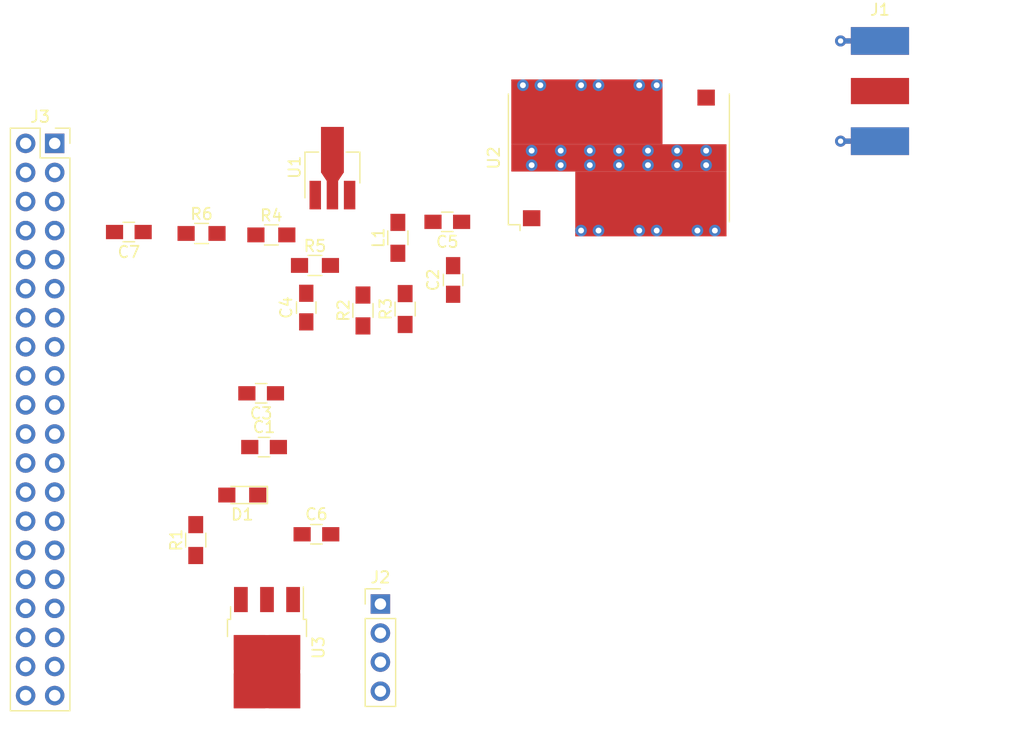
<source format=kicad_pcb>
(kicad_pcb (version 4) (host pcbnew 4.0.7-e2-6376~61~ubuntu18.04.1)

  (general
    (links 88)
    (no_connects 52)
    (area 106.909048 63.16 197.02562 145.899)
    (thickness 1.6)
    (drawings 0)
    (tracks 0)
    (zones 0)
    (modules 21)
    (nets 15)
  )

  (page A4)
  (layers
    (0 F.Cu signal)
    (31 B.Cu signal)
    (32 B.Adhes user)
    (33 F.Adhes user)
    (34 B.Paste user)
    (35 F.Paste user)
    (36 B.SilkS user)
    (37 F.SilkS user)
    (38 B.Mask user)
    (39 F.Mask user)
    (40 Dwgs.User user)
    (41 Cmts.User user)
    (42 Eco1.User user)
    (43 Eco2.User user)
    (44 Edge.Cuts user)
    (45 Margin user)
    (46 B.CrtYd user)
    (47 F.CrtYd user)
    (48 B.Fab user)
    (49 F.Fab user)
  )

  (setup
    (last_trace_width 0.25)
    (trace_clearance 0.2)
    (zone_clearance 0.508)
    (zone_45_only no)
    (trace_min 0.2)
    (segment_width 0.2)
    (edge_width 0.1)
    (via_size 0.6)
    (via_drill 0.4)
    (via_min_size 0.4)
    (via_min_drill 0.3)
    (uvia_size 0.3)
    (uvia_drill 0.1)
    (uvias_allowed no)
    (uvia_min_size 0.2)
    (uvia_min_drill 0.1)
    (pcb_text_width 0.3)
    (pcb_text_size 1.5 1.5)
    (mod_edge_width 0.15)
    (mod_text_size 1 1)
    (mod_text_width 0.15)
    (pad_size 1.5 1.5)
    (pad_drill 0.6)
    (pad_to_mask_clearance 0)
    (aux_axis_origin 0 0)
    (visible_elements FFFFFF7F)
    (pcbplotparams
      (layerselection 0x00030_80000001)
      (usegerberextensions false)
      (excludeedgelayer true)
      (linewidth 0.100000)
      (plotframeref false)
      (viasonmask false)
      (mode 1)
      (useauxorigin false)
      (hpglpennumber 1)
      (hpglpenspeed 20)
      (hpglpendiameter 15)
      (hpglpenoverlay 2)
      (psnegative false)
      (psa4output false)
      (plotreference true)
      (plotvalue true)
      (plotinvisibletext false)
      (padsonsilk false)
      (subtractmaskfromsilk false)
      (outputformat 1)
      (mirror false)
      (drillshape 1)
      (scaleselection 1)
      (outputdirectory ""))
  )

  (net 0 "")
  (net 1 GND)
  (net 2 +5V)
  (net 3 "Net-(C4-Pad1)")
  (net 4 "Net-(C4-Pad2)")
  (net 5 "Net-(C5-Pad1)")
  (net 6 "Net-(C5-Pad2)")
  (net 7 "Net-(C6-Pad1)")
  (net 8 "Net-(C7-Pad1)")
  (net 9 "Net-(C7-Pad2)")
  (net 10 "Net-(D1-Pad2)")
  (net 11 "Net-(J1-Pad1)")
  (net 12 "Net-(J2-Pad2)")
  (net 13 "Net-(R2-Pad1)")
  (net 14 "Net-(R4-Pad1)")

  (net_class Default "This is the default net class."
    (clearance 0.2)
    (trace_width 0.25)
    (via_dia 0.6)
    (via_drill 0.4)
    (uvia_dia 0.3)
    (uvia_drill 0.1)
    (add_net +5V)
    (add_net GND)
    (add_net "Net-(C4-Pad1)")
    (add_net "Net-(C4-Pad2)")
    (add_net "Net-(C5-Pad1)")
    (add_net "Net-(C5-Pad2)")
    (add_net "Net-(C6-Pad1)")
    (add_net "Net-(C7-Pad1)")
    (add_net "Net-(C7-Pad2)")
    (add_net "Net-(D1-Pad2)")
    (add_net "Net-(J1-Pad1)")
    (add_net "Net-(J2-Pad2)")
    (add_net "Net-(R2-Pad1)")
    (add_net "Net-(R4-Pad1)")
  )

  (module Capacitors_SMD:C_0805_HandSoldering (layer F.Cu) (tedit 58AA84A8) (tstamp 5D29059A)
    (at 130.048 103.505)
    (descr "Capacitor SMD 0805, hand soldering")
    (tags "capacitor 0805")
    (path /5D28DB31)
    (attr smd)
    (fp_text reference C1 (at 0 -1.75) (layer F.SilkS)
      (effects (font (size 1 1) (thickness 0.15)))
    )
    (fp_text value 100nF (at 0 1.75) (layer F.Fab)
      (effects (font (size 1 1) (thickness 0.15)))
    )
    (fp_text user %R (at 0 -1.75) (layer F.Fab)
      (effects (font (size 1 1) (thickness 0.15)))
    )
    (fp_line (start -1 0.62) (end -1 -0.62) (layer F.Fab) (width 0.1))
    (fp_line (start 1 0.62) (end -1 0.62) (layer F.Fab) (width 0.1))
    (fp_line (start 1 -0.62) (end 1 0.62) (layer F.Fab) (width 0.1))
    (fp_line (start -1 -0.62) (end 1 -0.62) (layer F.Fab) (width 0.1))
    (fp_line (start 0.5 -0.85) (end -0.5 -0.85) (layer F.SilkS) (width 0.12))
    (fp_line (start -0.5 0.85) (end 0.5 0.85) (layer F.SilkS) (width 0.12))
    (fp_line (start -2.25 -0.88) (end 2.25 -0.88) (layer F.CrtYd) (width 0.05))
    (fp_line (start -2.25 -0.88) (end -2.25 0.87) (layer F.CrtYd) (width 0.05))
    (fp_line (start 2.25 0.87) (end 2.25 -0.88) (layer F.CrtYd) (width 0.05))
    (fp_line (start 2.25 0.87) (end -2.25 0.87) (layer F.CrtYd) (width 0.05))
    (pad 1 smd rect (at -1.25 0) (size 1.5 1.25) (layers F.Cu F.Paste F.Mask)
      (net 1 GND))
    (pad 2 smd rect (at 1.25 0) (size 1.5 1.25) (layers F.Cu F.Paste F.Mask)
      (net 2 +5V))
    (model Capacitors_SMD.3dshapes/C_0805.wrl
      (at (xyz 0 0 0))
      (scale (xyz 1 1 1))
      (rotate (xyz 0 0 0))
    )
  )

  (module Capacitors_SMD:C_0805_HandSoldering (layer F.Cu) (tedit 58AA84A8) (tstamp 5D2905AB)
    (at 146.558 88.9 90)
    (descr "Capacitor SMD 0805, hand soldering")
    (tags "capacitor 0805")
    (path /5D28DBEB)
    (attr smd)
    (fp_text reference C2 (at 0 -1.75 90) (layer F.SilkS)
      (effects (font (size 1 1) (thickness 0.15)))
    )
    (fp_text value 100pF (at 0 1.75 90) (layer F.Fab)
      (effects (font (size 1 1) (thickness 0.15)))
    )
    (fp_text user %R (at 0 -1.75 90) (layer F.Fab)
      (effects (font (size 1 1) (thickness 0.15)))
    )
    (fp_line (start -1 0.62) (end -1 -0.62) (layer F.Fab) (width 0.1))
    (fp_line (start 1 0.62) (end -1 0.62) (layer F.Fab) (width 0.1))
    (fp_line (start 1 -0.62) (end 1 0.62) (layer F.Fab) (width 0.1))
    (fp_line (start -1 -0.62) (end 1 -0.62) (layer F.Fab) (width 0.1))
    (fp_line (start 0.5 -0.85) (end -0.5 -0.85) (layer F.SilkS) (width 0.12))
    (fp_line (start -0.5 0.85) (end 0.5 0.85) (layer F.SilkS) (width 0.12))
    (fp_line (start -2.25 -0.88) (end 2.25 -0.88) (layer F.CrtYd) (width 0.05))
    (fp_line (start -2.25 -0.88) (end -2.25 0.87) (layer F.CrtYd) (width 0.05))
    (fp_line (start 2.25 0.87) (end 2.25 -0.88) (layer F.CrtYd) (width 0.05))
    (fp_line (start 2.25 0.87) (end -2.25 0.87) (layer F.CrtYd) (width 0.05))
    (pad 1 smd rect (at -1.25 0 90) (size 1.5 1.25) (layers F.Cu F.Paste F.Mask)
      (net 1 GND))
    (pad 2 smd rect (at 1.25 0 90) (size 1.5 1.25) (layers F.Cu F.Paste F.Mask)
      (net 2 +5V))
    (model Capacitors_SMD.3dshapes/C_0805.wrl
      (at (xyz 0 0 0))
      (scale (xyz 1 1 1))
      (rotate (xyz 0 0 0))
    )
  )

  (module Capacitors_SMD:C_0805_HandSoldering (layer F.Cu) (tedit 58AA84A8) (tstamp 5D2905BC)
    (at 129.794 98.806 180)
    (descr "Capacitor SMD 0805, hand soldering")
    (tags "capacitor 0805")
    (path /5A12ECC9)
    (attr smd)
    (fp_text reference C3 (at 0 -1.75 180) (layer F.SilkS)
      (effects (font (size 1 1) (thickness 0.15)))
    )
    (fp_text value "4.7uF 16V" (at 0 1.75 180) (layer F.Fab)
      (effects (font (size 1 1) (thickness 0.15)))
    )
    (fp_text user %R (at 0 -1.75 180) (layer F.Fab)
      (effects (font (size 1 1) (thickness 0.15)))
    )
    (fp_line (start -1 0.62) (end -1 -0.62) (layer F.Fab) (width 0.1))
    (fp_line (start 1 0.62) (end -1 0.62) (layer F.Fab) (width 0.1))
    (fp_line (start 1 -0.62) (end 1 0.62) (layer F.Fab) (width 0.1))
    (fp_line (start -1 -0.62) (end 1 -0.62) (layer F.Fab) (width 0.1))
    (fp_line (start 0.5 -0.85) (end -0.5 -0.85) (layer F.SilkS) (width 0.12))
    (fp_line (start -0.5 0.85) (end 0.5 0.85) (layer F.SilkS) (width 0.12))
    (fp_line (start -2.25 -0.88) (end 2.25 -0.88) (layer F.CrtYd) (width 0.05))
    (fp_line (start -2.25 -0.88) (end -2.25 0.87) (layer F.CrtYd) (width 0.05))
    (fp_line (start 2.25 0.87) (end 2.25 -0.88) (layer F.CrtYd) (width 0.05))
    (fp_line (start 2.25 0.87) (end -2.25 0.87) (layer F.CrtYd) (width 0.05))
    (pad 1 smd rect (at -1.25 0 180) (size 1.5 1.25) (layers F.Cu F.Paste F.Mask)
      (net 2 +5V))
    (pad 2 smd rect (at 1.25 0 180) (size 1.5 1.25) (layers F.Cu F.Paste F.Mask)
      (net 1 GND))
    (model Capacitors_SMD.3dshapes/C_0805.wrl
      (at (xyz 0 0 0))
      (scale (xyz 1 1 1))
      (rotate (xyz 0 0 0))
    )
  )

  (module Capacitors_SMD:C_0805_HandSoldering (layer F.Cu) (tedit 58AA84A8) (tstamp 5D2905CD)
    (at 133.731 91.313 90)
    (descr "Capacitor SMD 0805, hand soldering")
    (tags "capacitor 0805")
    (path /5D28AC94)
    (attr smd)
    (fp_text reference C4 (at 0 -1.75 90) (layer F.SilkS)
      (effects (font (size 1 1) (thickness 0.15)))
    )
    (fp_text value 100pF (at 0 1.75 90) (layer F.Fab)
      (effects (font (size 1 1) (thickness 0.15)))
    )
    (fp_text user %R (at 0 -1.75 90) (layer F.Fab)
      (effects (font (size 1 1) (thickness 0.15)))
    )
    (fp_line (start -1 0.62) (end -1 -0.62) (layer F.Fab) (width 0.1))
    (fp_line (start 1 0.62) (end -1 0.62) (layer F.Fab) (width 0.1))
    (fp_line (start 1 -0.62) (end 1 0.62) (layer F.Fab) (width 0.1))
    (fp_line (start -1 -0.62) (end 1 -0.62) (layer F.Fab) (width 0.1))
    (fp_line (start 0.5 -0.85) (end -0.5 -0.85) (layer F.SilkS) (width 0.12))
    (fp_line (start -0.5 0.85) (end 0.5 0.85) (layer F.SilkS) (width 0.12))
    (fp_line (start -2.25 -0.88) (end 2.25 -0.88) (layer F.CrtYd) (width 0.05))
    (fp_line (start -2.25 -0.88) (end -2.25 0.87) (layer F.CrtYd) (width 0.05))
    (fp_line (start 2.25 0.87) (end 2.25 -0.88) (layer F.CrtYd) (width 0.05))
    (fp_line (start 2.25 0.87) (end -2.25 0.87) (layer F.CrtYd) (width 0.05))
    (pad 1 smd rect (at -1.25 0 90) (size 1.5 1.25) (layers F.Cu F.Paste F.Mask)
      (net 3 "Net-(C4-Pad1)"))
    (pad 2 smd rect (at 1.25 0 90) (size 1.5 1.25) (layers F.Cu F.Paste F.Mask)
      (net 4 "Net-(C4-Pad2)"))
    (model Capacitors_SMD.3dshapes/C_0805.wrl
      (at (xyz 0 0 0))
      (scale (xyz 1 1 1))
      (rotate (xyz 0 0 0))
    )
  )

  (module Capacitors_SMD:C_0805_HandSoldering (layer F.Cu) (tedit 58AA84A8) (tstamp 5D2905DE)
    (at 146.05 83.82 180)
    (descr "Capacitor SMD 0805, hand soldering")
    (tags "capacitor 0805")
    (path /5D28B7CB)
    (attr smd)
    (fp_text reference C5 (at 0 -1.75 180) (layer F.SilkS)
      (effects (font (size 1 1) (thickness 0.15)))
    )
    (fp_text value 100pF (at 0 1.75 180) (layer F.Fab)
      (effects (font (size 1 1) (thickness 0.15)))
    )
    (fp_text user %R (at 0 -1.75 180) (layer F.Fab)
      (effects (font (size 1 1) (thickness 0.15)))
    )
    (fp_line (start -1 0.62) (end -1 -0.62) (layer F.Fab) (width 0.1))
    (fp_line (start 1 0.62) (end -1 0.62) (layer F.Fab) (width 0.1))
    (fp_line (start 1 -0.62) (end 1 0.62) (layer F.Fab) (width 0.1))
    (fp_line (start -1 -0.62) (end 1 -0.62) (layer F.Fab) (width 0.1))
    (fp_line (start 0.5 -0.85) (end -0.5 -0.85) (layer F.SilkS) (width 0.12))
    (fp_line (start -0.5 0.85) (end 0.5 0.85) (layer F.SilkS) (width 0.12))
    (fp_line (start -2.25 -0.88) (end 2.25 -0.88) (layer F.CrtYd) (width 0.05))
    (fp_line (start -2.25 -0.88) (end -2.25 0.87) (layer F.CrtYd) (width 0.05))
    (fp_line (start 2.25 0.87) (end 2.25 -0.88) (layer F.CrtYd) (width 0.05))
    (fp_line (start 2.25 0.87) (end -2.25 0.87) (layer F.CrtYd) (width 0.05))
    (pad 1 smd rect (at -1.25 0 180) (size 1.5 1.25) (layers F.Cu F.Paste F.Mask)
      (net 5 "Net-(C5-Pad1)"))
    (pad 2 smd rect (at 1.25 0 180) (size 1.5 1.25) (layers F.Cu F.Paste F.Mask)
      (net 6 "Net-(C5-Pad2)"))
    (model Capacitors_SMD.3dshapes/C_0805.wrl
      (at (xyz 0 0 0))
      (scale (xyz 1 1 1))
      (rotate (xyz 0 0 0))
    )
  )

  (module Capacitors_SMD:C_0805_HandSoldering (layer F.Cu) (tedit 58AA84A8) (tstamp 5D2905EF)
    (at 134.62 111.125)
    (descr "Capacitor SMD 0805, hand soldering")
    (tags "capacitor 0805")
    (path /5D290DB1)
    (attr smd)
    (fp_text reference C6 (at 0 -1.75) (layer F.SilkS)
      (effects (font (size 1 1) (thickness 0.15)))
    )
    (fp_text value "4.7uF 16V" (at 0 1.75) (layer F.Fab)
      (effects (font (size 1 1) (thickness 0.15)))
    )
    (fp_text user %R (at 0 -1.75) (layer F.Fab)
      (effects (font (size 1 1) (thickness 0.15)))
    )
    (fp_line (start -1 0.62) (end -1 -0.62) (layer F.Fab) (width 0.1))
    (fp_line (start 1 0.62) (end -1 0.62) (layer F.Fab) (width 0.1))
    (fp_line (start 1 -0.62) (end 1 0.62) (layer F.Fab) (width 0.1))
    (fp_line (start -1 -0.62) (end 1 -0.62) (layer F.Fab) (width 0.1))
    (fp_line (start 0.5 -0.85) (end -0.5 -0.85) (layer F.SilkS) (width 0.12))
    (fp_line (start -0.5 0.85) (end 0.5 0.85) (layer F.SilkS) (width 0.12))
    (fp_line (start -2.25 -0.88) (end 2.25 -0.88) (layer F.CrtYd) (width 0.05))
    (fp_line (start -2.25 -0.88) (end -2.25 0.87) (layer F.CrtYd) (width 0.05))
    (fp_line (start 2.25 0.87) (end 2.25 -0.88) (layer F.CrtYd) (width 0.05))
    (fp_line (start 2.25 0.87) (end -2.25 0.87) (layer F.CrtYd) (width 0.05))
    (pad 1 smd rect (at -1.25 0) (size 1.5 1.25) (layers F.Cu F.Paste F.Mask)
      (net 7 "Net-(C6-Pad1)"))
    (pad 2 smd rect (at 1.25 0) (size 1.5 1.25) (layers F.Cu F.Paste F.Mask)
      (net 1 GND))
    (model Capacitors_SMD.3dshapes/C_0805.wrl
      (at (xyz 0 0 0))
      (scale (xyz 1 1 1))
      (rotate (xyz 0 0 0))
    )
  )

  (module Capacitors_SMD:C_0805_HandSoldering (layer F.Cu) (tedit 58AA84A8) (tstamp 5D290600)
    (at 118.237 84.709 180)
    (descr "Capacitor SMD 0805, hand soldering")
    (tags "capacitor 0805")
    (path /5D2859AF)
    (attr smd)
    (fp_text reference C7 (at 0 -1.75 180) (layer F.SilkS)
      (effects (font (size 1 1) (thickness 0.15)))
    )
    (fp_text value 100pF (at 0 1.75 180) (layer F.Fab)
      (effects (font (size 1 1) (thickness 0.15)))
    )
    (fp_text user %R (at 0 -1.75 180) (layer F.Fab)
      (effects (font (size 1 1) (thickness 0.15)))
    )
    (fp_line (start -1 0.62) (end -1 -0.62) (layer F.Fab) (width 0.1))
    (fp_line (start 1 0.62) (end -1 0.62) (layer F.Fab) (width 0.1))
    (fp_line (start 1 -0.62) (end 1 0.62) (layer F.Fab) (width 0.1))
    (fp_line (start -1 -0.62) (end 1 -0.62) (layer F.Fab) (width 0.1))
    (fp_line (start 0.5 -0.85) (end -0.5 -0.85) (layer F.SilkS) (width 0.12))
    (fp_line (start -0.5 0.85) (end 0.5 0.85) (layer F.SilkS) (width 0.12))
    (fp_line (start -2.25 -0.88) (end 2.25 -0.88) (layer F.CrtYd) (width 0.05))
    (fp_line (start -2.25 -0.88) (end -2.25 0.87) (layer F.CrtYd) (width 0.05))
    (fp_line (start 2.25 0.87) (end 2.25 -0.88) (layer F.CrtYd) (width 0.05))
    (fp_line (start 2.25 0.87) (end -2.25 0.87) (layer F.CrtYd) (width 0.05))
    (pad 1 smd rect (at -1.25 0 180) (size 1.5 1.25) (layers F.Cu F.Paste F.Mask)
      (net 8 "Net-(C7-Pad1)"))
    (pad 2 smd rect (at 1.25 0 180) (size 1.5 1.25) (layers F.Cu F.Paste F.Mask)
      (net 9 "Net-(C7-Pad2)"))
    (model Capacitors_SMD.3dshapes/C_0805.wrl
      (at (xyz 0 0 0))
      (scale (xyz 1 1 1))
      (rotate (xyz 0 0 0))
    )
  )

  (module LEDs:LED_0805_HandSoldering (layer F.Cu) (tedit 595FCA25) (tstamp 5D290615)
    (at 128.143 107.696 180)
    (descr "Resistor SMD 0805, hand soldering")
    (tags "resistor 0805")
    (path /5D28F097)
    (attr smd)
    (fp_text reference D1 (at 0 -1.7 180) (layer F.SilkS)
      (effects (font (size 1 1) (thickness 0.15)))
    )
    (fp_text value LED (at 0 1.75 180) (layer F.Fab)
      (effects (font (size 1 1) (thickness 0.15)))
    )
    (fp_line (start -0.4 -0.4) (end -0.4 0.4) (layer F.Fab) (width 0.1))
    (fp_line (start -0.4 0) (end 0.2 -0.4) (layer F.Fab) (width 0.1))
    (fp_line (start 0.2 0.4) (end -0.4 0) (layer F.Fab) (width 0.1))
    (fp_line (start 0.2 -0.4) (end 0.2 0.4) (layer F.Fab) (width 0.1))
    (fp_line (start -1 0.62) (end -1 -0.62) (layer F.Fab) (width 0.1))
    (fp_line (start 1 0.62) (end -1 0.62) (layer F.Fab) (width 0.1))
    (fp_line (start 1 -0.62) (end 1 0.62) (layer F.Fab) (width 0.1))
    (fp_line (start -1 -0.62) (end 1 -0.62) (layer F.Fab) (width 0.1))
    (fp_line (start 1 0.75) (end -2.2 0.75) (layer F.SilkS) (width 0.12))
    (fp_line (start -2.2 -0.75) (end 1 -0.75) (layer F.SilkS) (width 0.12))
    (fp_line (start -2.35 -0.9) (end 2.35 -0.9) (layer F.CrtYd) (width 0.05))
    (fp_line (start -2.35 -0.9) (end -2.35 0.9) (layer F.CrtYd) (width 0.05))
    (fp_line (start 2.35 0.9) (end 2.35 -0.9) (layer F.CrtYd) (width 0.05))
    (fp_line (start 2.35 0.9) (end -2.35 0.9) (layer F.CrtYd) (width 0.05))
    (fp_line (start -2.2 -0.75) (end -2.2 0.75) (layer F.SilkS) (width 0.12))
    (pad 1 smd rect (at -1.35 0 180) (size 1.5 1.3) (layers F.Cu F.Paste F.Mask)
      (net 1 GND))
    (pad 2 smd rect (at 1.35 0 180) (size 1.5 1.3) (layers F.Cu F.Paste F.Mask)
      (net 10 "Net-(D1-Pad2)"))
    (model ${KISYS3DMOD}/LEDs.3dshapes/LED_0805.wrl
      (at (xyz 0 0 0))
      (scale (xyz 1 1 1))
      (rotate (xyz 0 0 0))
    )
  )

  (module Connectors_Molex:Molex_SMA_Jack_Edge_Mount (layer F.Cu) (tedit 587D2992) (tstamp 5D29063A)
    (at 182.118 72.39 180)
    (descr "Molex SMA Jack, Edge Mount, http://www.molex.com/pdm_docs/sd/732511150_sd.pdf")
    (tags "sma edge")
    (path /59F85ADB)
    (attr smd)
    (fp_text reference J1 (at -1.72 7.11 180) (layer F.SilkS)
      (effects (font (size 1 1) (thickness 0.15)))
    )
    (fp_text value "SMA Edge FM" (at -1.72 -7.11 180) (layer F.Fab)
      (effects (font (size 1 1) (thickness 0.15)))
    )
    (fp_line (start -4.76 -0.38) (end 0.49 -0.38) (layer F.Fab) (width 0.1))
    (fp_line (start -4.76 0.38) (end 0.49 0.38) (layer F.Fab) (width 0.1))
    (fp_line (start 0.49 -0.38) (end 0.49 0.38) (layer F.Fab) (width 0.1))
    (fp_line (start 0.49 3.75) (end 0.49 4.76) (layer F.Fab) (width 0.1))
    (fp_line (start 0.49 -4.76) (end 0.49 -3.75) (layer F.Fab) (width 0.1))
    (fp_line (start -14.29 -6.09) (end -14.29 6.09) (layer F.CrtYd) (width 0.05))
    (fp_line (start -14.29 6.09) (end 2.71 6.09) (layer F.CrtYd) (width 0.05))
    (fp_line (start 2.71 -6.09) (end 2.71 6.09) (layer B.CrtYd) (width 0.05))
    (fp_line (start -14.29 -6.09) (end 2.71 -6.09) (layer B.CrtYd) (width 0.05))
    (fp_line (start -14.29 -6.09) (end -14.29 6.09) (layer B.CrtYd) (width 0.05))
    (fp_line (start -14.29 6.09) (end 2.71 6.09) (layer B.CrtYd) (width 0.05))
    (fp_line (start 2.71 -6.09) (end 2.71 6.09) (layer F.CrtYd) (width 0.05))
    (fp_line (start 2.71 -6.09) (end -14.29 -6.09) (layer F.CrtYd) (width 0.05))
    (fp_line (start -4.76 -3.75) (end 0.49 -3.75) (layer F.Fab) (width 0.1))
    (fp_line (start -4.76 3.75) (end 0.49 3.75) (layer F.Fab) (width 0.1))
    (fp_line (start -13.79 -2.65) (end -5.91 -2.65) (layer F.Fab) (width 0.1))
    (fp_line (start -13.79 -2.65) (end -13.79 2.65) (layer F.Fab) (width 0.1))
    (fp_line (start -13.79 2.65) (end -5.91 2.65) (layer F.Fab) (width 0.1))
    (fp_line (start -4.76 -3.75) (end -4.76 3.75) (layer F.Fab) (width 0.1))
    (fp_line (start 0.49 -4.76) (end -5.91 -4.76) (layer F.Fab) (width 0.1))
    (fp_line (start -5.91 -4.76) (end -5.91 4.76) (layer F.Fab) (width 0.1))
    (fp_line (start -5.91 4.76) (end 0.49 4.76) (layer F.Fab) (width 0.1))
    (pad 1 smd rect (at -1.72 0 180) (size 5.08 2.29) (layers F.Cu F.Paste F.Mask)
      (net 11 "Net-(J1-Pad1)"))
    (pad 2 smd rect (at -1.72 -4.38 180) (size 5.08 2.42) (layers F.Cu F.Paste F.Mask)
      (net 1 GND))
    (pad 2 smd rect (at -1.72 4.38 180) (size 5.08 2.42) (layers F.Cu F.Paste F.Mask)
      (net 1 GND))
    (pad 2 smd rect (at -1.72 -4.38 180) (size 5.08 2.42) (layers B.Cu B.Paste B.Mask)
      (net 1 GND))
    (pad 2 smd rect (at -1.72 4.38 180) (size 5.08 2.42) (layers B.Cu B.Paste B.Mask)
      (net 1 GND))
    (pad 2 thru_hole circle (at 1.72 -4.38 180) (size 0.97 0.97) (drill 0.46) (layers *.Cu)
      (net 1 GND))
    (pad 2 thru_hole circle (at 1.72 4.38 180) (size 0.97 0.97) (drill 0.46) (layers *.Cu)
      (net 1 GND))
    (pad 2 smd rect (at 1.27 -4.38 180) (size 0.89 0.46) (layers F.Cu)
      (net 1 GND))
    (pad 2 smd rect (at 1.27 4.38 180) (size 0.89 0.46) (layers F.Cu)
      (net 1 GND))
    (pad 2 smd rect (at 1.27 -4.38 180) (size 0.89 0.46) (layers B.Cu)
      (net 1 GND))
    (pad 2 smd rect (at 1.27 4.38 180) (size 0.89 0.46) (layers B.Cu)
      (net 1 GND))
    (model ${KISYS3DMOD}/Connectors_Molex.3dshapes/Molex_SMA_Jack_Edge_Mount.wrl
      (at (xyz 0 0 0))
      (scale (xyz 1 1 1))
      (rotate (xyz 0 0 0))
    )
  )

  (module Socket_Strips:Socket_Strip_Straight_1x04_Pitch2.54mm (layer F.Cu) (tedit 58CD5446) (tstamp 5D290651)
    (at 140.208 117.221)
    (descr "Through hole straight socket strip, 1x04, 2.54mm pitch, single row")
    (tags "Through hole socket strip THT 1x04 2.54mm single row")
    (path /5D28FFAB)
    (fp_text reference J2 (at 0 -2.33) (layer F.SilkS)
      (effects (font (size 1 1) (thickness 0.15)))
    )
    (fp_text value Conn_01x04 (at 0 9.95) (layer F.Fab)
      (effects (font (size 1 1) (thickness 0.15)))
    )
    (fp_line (start -1.27 -1.27) (end -1.27 8.89) (layer F.Fab) (width 0.1))
    (fp_line (start -1.27 8.89) (end 1.27 8.89) (layer F.Fab) (width 0.1))
    (fp_line (start 1.27 8.89) (end 1.27 -1.27) (layer F.Fab) (width 0.1))
    (fp_line (start 1.27 -1.27) (end -1.27 -1.27) (layer F.Fab) (width 0.1))
    (fp_line (start -1.33 1.27) (end -1.33 8.95) (layer F.SilkS) (width 0.12))
    (fp_line (start -1.33 8.95) (end 1.33 8.95) (layer F.SilkS) (width 0.12))
    (fp_line (start 1.33 8.95) (end 1.33 1.27) (layer F.SilkS) (width 0.12))
    (fp_line (start 1.33 1.27) (end -1.33 1.27) (layer F.SilkS) (width 0.12))
    (fp_line (start -1.33 0) (end -1.33 -1.33) (layer F.SilkS) (width 0.12))
    (fp_line (start -1.33 -1.33) (end 0 -1.33) (layer F.SilkS) (width 0.12))
    (fp_line (start -1.8 -1.8) (end -1.8 9.4) (layer F.CrtYd) (width 0.05))
    (fp_line (start -1.8 9.4) (end 1.8 9.4) (layer F.CrtYd) (width 0.05))
    (fp_line (start 1.8 9.4) (end 1.8 -1.8) (layer F.CrtYd) (width 0.05))
    (fp_line (start 1.8 -1.8) (end -1.8 -1.8) (layer F.CrtYd) (width 0.05))
    (fp_text user %R (at 0 -2.33) (layer F.Fab)
      (effects (font (size 1 1) (thickness 0.15)))
    )
    (pad 1 thru_hole rect (at 0 0) (size 1.7 1.7) (drill 1) (layers *.Cu *.Mask)
      (net 1 GND))
    (pad 2 thru_hole oval (at 0 2.54) (size 1.7 1.7) (drill 1) (layers *.Cu *.Mask)
      (net 12 "Net-(J2-Pad2)"))
    (pad 3 thru_hole oval (at 0 5.08) (size 1.7 1.7) (drill 1) (layers *.Cu *.Mask)
      (net 7 "Net-(C6-Pad1)"))
    (pad 4 thru_hole oval (at 0 7.62) (size 1.7 1.7) (drill 1) (layers *.Cu *.Mask)
      (net 2 +5V))
    (model ${KISYS3DMOD}/Socket_Strips.3dshapes/Socket_Strip_Straight_1x04_Pitch2.54mm.wrl
      (at (xyz 0 -0.15 0))
      (scale (xyz 1 1 1))
      (rotate (xyz 0 0 270))
    )
  )

  (module Socket_Strips:Socket_Strip_Straight_2x20_Pitch2.54mm (layer F.Cu) (tedit 58CD544A) (tstamp 5D29068E)
    (at 111.76 76.962)
    (descr "Through hole straight socket strip, 2x20, 2.54mm pitch, double rows")
    (tags "Through hole socket strip THT 2x20 2.54mm double row")
    (path /5D284E9D)
    (fp_text reference J3 (at -1.27 -2.33) (layer F.SilkS)
      (effects (font (size 1 1) (thickness 0.15)))
    )
    (fp_text value RPi_GPIO (at -1.27 50.59) (layer F.Fab)
      (effects (font (size 1 1) (thickness 0.15)))
    )
    (fp_line (start -3.81 -1.27) (end -3.81 49.53) (layer F.Fab) (width 0.1))
    (fp_line (start -3.81 49.53) (end 1.27 49.53) (layer F.Fab) (width 0.1))
    (fp_line (start 1.27 49.53) (end 1.27 -1.27) (layer F.Fab) (width 0.1))
    (fp_line (start 1.27 -1.27) (end -3.81 -1.27) (layer F.Fab) (width 0.1))
    (fp_line (start 1.33 1.27) (end 1.33 49.59) (layer F.SilkS) (width 0.12))
    (fp_line (start 1.33 49.59) (end -3.87 49.59) (layer F.SilkS) (width 0.12))
    (fp_line (start -3.87 49.59) (end -3.87 -1.33) (layer F.SilkS) (width 0.12))
    (fp_line (start -3.87 -1.33) (end -1.27 -1.33) (layer F.SilkS) (width 0.12))
    (fp_line (start -1.27 -1.33) (end -1.27 1.27) (layer F.SilkS) (width 0.12))
    (fp_line (start -1.27 1.27) (end 1.33 1.27) (layer F.SilkS) (width 0.12))
    (fp_line (start 1.33 0) (end 1.33 -1.33) (layer F.SilkS) (width 0.12))
    (fp_line (start 1.33 -1.33) (end 0.06 -1.33) (layer F.SilkS) (width 0.12))
    (fp_line (start -4.35 -1.8) (end -4.35 50.05) (layer F.CrtYd) (width 0.05))
    (fp_line (start -4.35 50.05) (end 1.8 50.05) (layer F.CrtYd) (width 0.05))
    (fp_line (start 1.8 50.05) (end 1.8 -1.8) (layer F.CrtYd) (width 0.05))
    (fp_line (start 1.8 -1.8) (end -4.35 -1.8) (layer F.CrtYd) (width 0.05))
    (fp_text user %R (at -1.27 -2.33) (layer F.Fab)
      (effects (font (size 1 1) (thickness 0.15)))
    )
    (pad 1 thru_hole rect (at 0 0) (size 1.7 1.7) (drill 1) (layers *.Cu *.Mask)
      (net 12 "Net-(J2-Pad2)"))
    (pad 2 thru_hole oval (at -2.54 0) (size 1.7 1.7) (drill 1) (layers *.Cu *.Mask)
      (net 2 +5V))
    (pad 3 thru_hole oval (at 0 2.54) (size 1.7 1.7) (drill 1) (layers *.Cu *.Mask))
    (pad 4 thru_hole oval (at -2.54 2.54) (size 1.7 1.7) (drill 1) (layers *.Cu *.Mask)
      (net 2 +5V))
    (pad 5 thru_hole oval (at 0 5.08) (size 1.7 1.7) (drill 1) (layers *.Cu *.Mask))
    (pad 6 thru_hole oval (at -2.54 5.08) (size 1.7 1.7) (drill 1) (layers *.Cu *.Mask)
      (net 1 GND))
    (pad 7 thru_hole oval (at 0 7.62) (size 1.7 1.7) (drill 1) (layers *.Cu *.Mask)
      (net 9 "Net-(C7-Pad2)"))
    (pad 8 thru_hole oval (at -2.54 7.62) (size 1.7 1.7) (drill 1) (layers *.Cu *.Mask))
    (pad 9 thru_hole oval (at 0 10.16) (size 1.7 1.7) (drill 1) (layers *.Cu *.Mask)
      (net 1 GND))
    (pad 10 thru_hole oval (at -2.54 10.16) (size 1.7 1.7) (drill 1) (layers *.Cu *.Mask))
    (pad 11 thru_hole oval (at 0 12.7) (size 1.7 1.7) (drill 1) (layers *.Cu *.Mask))
    (pad 12 thru_hole oval (at -2.54 12.7) (size 1.7 1.7) (drill 1) (layers *.Cu *.Mask))
    (pad 13 thru_hole oval (at 0 15.24) (size 1.7 1.7) (drill 1) (layers *.Cu *.Mask))
    (pad 14 thru_hole oval (at -2.54 15.24) (size 1.7 1.7) (drill 1) (layers *.Cu *.Mask)
      (net 1 GND))
    (pad 15 thru_hole oval (at 0 17.78) (size 1.7 1.7) (drill 1) (layers *.Cu *.Mask))
    (pad 16 thru_hole oval (at -2.54 17.78) (size 1.7 1.7) (drill 1) (layers *.Cu *.Mask))
    (pad 17 thru_hole oval (at 0 20.32) (size 1.7 1.7) (drill 1) (layers *.Cu *.Mask)
      (net 12 "Net-(J2-Pad2)"))
    (pad 18 thru_hole oval (at -2.54 20.32) (size 1.7 1.7) (drill 1) (layers *.Cu *.Mask))
    (pad 19 thru_hole oval (at 0 22.86) (size 1.7 1.7) (drill 1) (layers *.Cu *.Mask))
    (pad 20 thru_hole oval (at -2.54 22.86) (size 1.7 1.7) (drill 1) (layers *.Cu *.Mask)
      (net 1 GND))
    (pad 21 thru_hole oval (at 0 25.4) (size 1.7 1.7) (drill 1) (layers *.Cu *.Mask))
    (pad 22 thru_hole oval (at -2.54 25.4) (size 1.7 1.7) (drill 1) (layers *.Cu *.Mask))
    (pad 23 thru_hole oval (at 0 27.94) (size 1.7 1.7) (drill 1) (layers *.Cu *.Mask))
    (pad 24 thru_hole oval (at -2.54 27.94) (size 1.7 1.7) (drill 1) (layers *.Cu *.Mask))
    (pad 25 thru_hole oval (at 0 30.48) (size 1.7 1.7) (drill 1) (layers *.Cu *.Mask)
      (net 1 GND))
    (pad 26 thru_hole oval (at -2.54 30.48) (size 1.7 1.7) (drill 1) (layers *.Cu *.Mask))
    (pad 27 thru_hole oval (at 0 33.02) (size 1.7 1.7) (drill 1) (layers *.Cu *.Mask))
    (pad 28 thru_hole oval (at -2.54 33.02) (size 1.7 1.7) (drill 1) (layers *.Cu *.Mask))
    (pad 29 thru_hole oval (at 0 35.56) (size 1.7 1.7) (drill 1) (layers *.Cu *.Mask))
    (pad 30 thru_hole oval (at -2.54 35.56) (size 1.7 1.7) (drill 1) (layers *.Cu *.Mask)
      (net 1 GND))
    (pad 31 thru_hole oval (at 0 38.1) (size 1.7 1.7) (drill 1) (layers *.Cu *.Mask))
    (pad 32 thru_hole oval (at -2.54 38.1) (size 1.7 1.7) (drill 1) (layers *.Cu *.Mask))
    (pad 33 thru_hole oval (at 0 40.64) (size 1.7 1.7) (drill 1) (layers *.Cu *.Mask))
    (pad 34 thru_hole oval (at -2.54 40.64) (size 1.7 1.7) (drill 1) (layers *.Cu *.Mask)
      (net 1 GND))
    (pad 35 thru_hole oval (at 0 43.18) (size 1.7 1.7) (drill 1) (layers *.Cu *.Mask))
    (pad 36 thru_hole oval (at -2.54 43.18) (size 1.7 1.7) (drill 1) (layers *.Cu *.Mask))
    (pad 37 thru_hole oval (at 0 45.72) (size 1.7 1.7) (drill 1) (layers *.Cu *.Mask))
    (pad 38 thru_hole oval (at -2.54 45.72) (size 1.7 1.7) (drill 1) (layers *.Cu *.Mask))
    (pad 39 thru_hole oval (at 0 48.26) (size 1.7 1.7) (drill 1) (layers *.Cu *.Mask)
      (net 1 GND))
    (pad 40 thru_hole oval (at -2.54 48.26) (size 1.7 1.7) (drill 1) (layers *.Cu *.Mask))
    (model ${KISYS3DMOD}/Socket_Strips.3dshapes/Socket_Strip_Straight_2x20_Pitch2.54mm.wrl
      (at (xyz -0.05 -0.95 0))
      (scale (xyz 1 1 1))
      (rotate (xyz 0 0 270))
    )
  )

  (module Resistors_SMD:R_0805_HandSoldering (layer F.Cu) (tedit 58E0A804) (tstamp 5D29069F)
    (at 141.732 85.217 90)
    (descr "Resistor SMD 0805, hand soldering")
    (tags "resistor 0805")
    (path /5D28D826)
    (attr smd)
    (fp_text reference L1 (at 0 -1.7 90) (layer F.SilkS)
      (effects (font (size 1 1) (thickness 0.15)))
    )
    (fp_text value L (at 0 1.75 90) (layer F.Fab)
      (effects (font (size 1 1) (thickness 0.15)))
    )
    (fp_text user %R (at 0 0 90) (layer F.Fab)
      (effects (font (size 0.5 0.5) (thickness 0.075)))
    )
    (fp_line (start -1 0.62) (end -1 -0.62) (layer F.Fab) (width 0.1))
    (fp_line (start 1 0.62) (end -1 0.62) (layer F.Fab) (width 0.1))
    (fp_line (start 1 -0.62) (end 1 0.62) (layer F.Fab) (width 0.1))
    (fp_line (start -1 -0.62) (end 1 -0.62) (layer F.Fab) (width 0.1))
    (fp_line (start 0.6 0.88) (end -0.6 0.88) (layer F.SilkS) (width 0.12))
    (fp_line (start -0.6 -0.88) (end 0.6 -0.88) (layer F.SilkS) (width 0.12))
    (fp_line (start -2.35 -0.9) (end 2.35 -0.9) (layer F.CrtYd) (width 0.05))
    (fp_line (start -2.35 -0.9) (end -2.35 0.9) (layer F.CrtYd) (width 0.05))
    (fp_line (start 2.35 0.9) (end 2.35 -0.9) (layer F.CrtYd) (width 0.05))
    (fp_line (start 2.35 0.9) (end -2.35 0.9) (layer F.CrtYd) (width 0.05))
    (pad 1 smd rect (at -1.35 0 90) (size 1.5 1.3) (layers F.Cu F.Paste F.Mask)
      (net 2 +5V))
    (pad 2 smd rect (at 1.35 0 90) (size 1.5 1.3) (layers F.Cu F.Paste F.Mask)
      (net 6 "Net-(C5-Pad2)"))
    (model ${KISYS3DMOD}/Resistors_SMD.3dshapes/R_0805.wrl
      (at (xyz 0 0 0))
      (scale (xyz 1 1 1))
      (rotate (xyz 0 0 0))
    )
  )

  (module Resistors_SMD:R_0805_HandSoldering (layer F.Cu) (tedit 58E0A804) (tstamp 5D2906B0)
    (at 124.079 111.633 90)
    (descr "Resistor SMD 0805, hand soldering")
    (tags "resistor 0805")
    (path /5D28F11F)
    (attr smd)
    (fp_text reference R1 (at 0 -1.7 90) (layer F.SilkS)
      (effects (font (size 1 1) (thickness 0.15)))
    )
    (fp_text value 330 (at 0 1.75 90) (layer F.Fab)
      (effects (font (size 1 1) (thickness 0.15)))
    )
    (fp_text user %R (at 0 0 90) (layer F.Fab)
      (effects (font (size 0.5 0.5) (thickness 0.075)))
    )
    (fp_line (start -1 0.62) (end -1 -0.62) (layer F.Fab) (width 0.1))
    (fp_line (start 1 0.62) (end -1 0.62) (layer F.Fab) (width 0.1))
    (fp_line (start 1 -0.62) (end 1 0.62) (layer F.Fab) (width 0.1))
    (fp_line (start -1 -0.62) (end 1 -0.62) (layer F.Fab) (width 0.1))
    (fp_line (start 0.6 0.88) (end -0.6 0.88) (layer F.SilkS) (width 0.12))
    (fp_line (start -0.6 -0.88) (end 0.6 -0.88) (layer F.SilkS) (width 0.12))
    (fp_line (start -2.35 -0.9) (end 2.35 -0.9) (layer F.CrtYd) (width 0.05))
    (fp_line (start -2.35 -0.9) (end -2.35 0.9) (layer F.CrtYd) (width 0.05))
    (fp_line (start 2.35 0.9) (end 2.35 -0.9) (layer F.CrtYd) (width 0.05))
    (fp_line (start 2.35 0.9) (end -2.35 0.9) (layer F.CrtYd) (width 0.05))
    (pad 1 smd rect (at -1.35 0 90) (size 1.5 1.3) (layers F.Cu F.Paste F.Mask)
      (net 2 +5V))
    (pad 2 smd rect (at 1.35 0 90) (size 1.5 1.3) (layers F.Cu F.Paste F.Mask)
      (net 10 "Net-(D1-Pad2)"))
    (model ${KISYS3DMOD}/Resistors_SMD.3dshapes/R_0805.wrl
      (at (xyz 0 0 0))
      (scale (xyz 1 1 1))
      (rotate (xyz 0 0 0))
    )
  )

  (module Resistors_SMD:R_0805_HandSoldering (layer F.Cu) (tedit 58E0A804) (tstamp 5D2906C1)
    (at 138.684 91.567 90)
    (descr "Resistor SMD 0805, hand soldering")
    (tags "resistor 0805")
    (path /5D28BB47)
    (attr smd)
    (fp_text reference R2 (at 0 -1.7 90) (layer F.SilkS)
      (effects (font (size 1 1) (thickness 0.15)))
    )
    (fp_text value R (at 0 1.75 90) (layer F.Fab)
      (effects (font (size 1 1) (thickness 0.15)))
    )
    (fp_text user %R (at 0 0 90) (layer F.Fab)
      (effects (font (size 0.5 0.5) (thickness 0.075)))
    )
    (fp_line (start -1 0.62) (end -1 -0.62) (layer F.Fab) (width 0.1))
    (fp_line (start 1 0.62) (end -1 0.62) (layer F.Fab) (width 0.1))
    (fp_line (start 1 -0.62) (end 1 0.62) (layer F.Fab) (width 0.1))
    (fp_line (start -1 -0.62) (end 1 -0.62) (layer F.Fab) (width 0.1))
    (fp_line (start 0.6 0.88) (end -0.6 0.88) (layer F.SilkS) (width 0.12))
    (fp_line (start -0.6 -0.88) (end 0.6 -0.88) (layer F.SilkS) (width 0.12))
    (fp_line (start -2.35 -0.9) (end 2.35 -0.9) (layer F.CrtYd) (width 0.05))
    (fp_line (start -2.35 -0.9) (end -2.35 0.9) (layer F.CrtYd) (width 0.05))
    (fp_line (start 2.35 0.9) (end 2.35 -0.9) (layer F.CrtYd) (width 0.05))
    (fp_line (start 2.35 0.9) (end -2.35 0.9) (layer F.CrtYd) (width 0.05))
    (pad 1 smd rect (at -1.35 0 90) (size 1.5 1.3) (layers F.Cu F.Paste F.Mask)
      (net 13 "Net-(R2-Pad1)"))
    (pad 2 smd rect (at 1.35 0 90) (size 1.5 1.3) (layers F.Cu F.Paste F.Mask)
      (net 4 "Net-(C4-Pad2)"))
    (model ${KISYS3DMOD}/Resistors_SMD.3dshapes/R_0805.wrl
      (at (xyz 0 0 0))
      (scale (xyz 1 1 1))
      (rotate (xyz 0 0 0))
    )
  )

  (module Resistors_SMD:R_0805_HandSoldering (layer F.Cu) (tedit 58E0A804) (tstamp 5D2906D2)
    (at 142.367 91.44 90)
    (descr "Resistor SMD 0805, hand soldering")
    (tags "resistor 0805")
    (path /5D28BAD8)
    (attr smd)
    (fp_text reference R3 (at 0 -1.7 90) (layer F.SilkS)
      (effects (font (size 1 1) (thickness 0.15)))
    )
    (fp_text value R (at 0 1.75 90) (layer F.Fab)
      (effects (font (size 1 1) (thickness 0.15)))
    )
    (fp_text user %R (at 0 0 90) (layer F.Fab)
      (effects (font (size 0.5 0.5) (thickness 0.075)))
    )
    (fp_line (start -1 0.62) (end -1 -0.62) (layer F.Fab) (width 0.1))
    (fp_line (start 1 0.62) (end -1 0.62) (layer F.Fab) (width 0.1))
    (fp_line (start 1 -0.62) (end 1 0.62) (layer F.Fab) (width 0.1))
    (fp_line (start -1 -0.62) (end 1 -0.62) (layer F.Fab) (width 0.1))
    (fp_line (start 0.6 0.88) (end -0.6 0.88) (layer F.SilkS) (width 0.12))
    (fp_line (start -0.6 -0.88) (end 0.6 -0.88) (layer F.SilkS) (width 0.12))
    (fp_line (start -2.35 -0.9) (end 2.35 -0.9) (layer F.CrtYd) (width 0.05))
    (fp_line (start -2.35 -0.9) (end -2.35 0.9) (layer F.CrtYd) (width 0.05))
    (fp_line (start 2.35 0.9) (end 2.35 -0.9) (layer F.CrtYd) (width 0.05))
    (fp_line (start 2.35 0.9) (end -2.35 0.9) (layer F.CrtYd) (width 0.05))
    (pad 1 smd rect (at -1.35 0 90) (size 1.5 1.3) (layers F.Cu F.Paste F.Mask)
      (net 13 "Net-(R2-Pad1)"))
    (pad 2 smd rect (at 1.35 0 90) (size 1.5 1.3) (layers F.Cu F.Paste F.Mask)
      (net 1 GND))
    (model ${KISYS3DMOD}/Resistors_SMD.3dshapes/R_0805.wrl
      (at (xyz 0 0 0))
      (scale (xyz 1 1 1))
      (rotate (xyz 0 0 0))
    )
  )

  (module Resistors_SMD:R_0805_HandSoldering (layer F.Cu) (tedit 58E0A804) (tstamp 5D2906E3)
    (at 130.683 84.963)
    (descr "Resistor SMD 0805, hand soldering")
    (tags "resistor 0805")
    (path /5D285861)
    (attr smd)
    (fp_text reference R4 (at 0 -1.7) (layer F.SilkS)
      (effects (font (size 1 1) (thickness 0.15)))
    )
    (fp_text value R (at 0 1.75) (layer F.Fab)
      (effects (font (size 1 1) (thickness 0.15)))
    )
    (fp_text user %R (at 0 0) (layer F.Fab)
      (effects (font (size 0.5 0.5) (thickness 0.075)))
    )
    (fp_line (start -1 0.62) (end -1 -0.62) (layer F.Fab) (width 0.1))
    (fp_line (start 1 0.62) (end -1 0.62) (layer F.Fab) (width 0.1))
    (fp_line (start 1 -0.62) (end 1 0.62) (layer F.Fab) (width 0.1))
    (fp_line (start -1 -0.62) (end 1 -0.62) (layer F.Fab) (width 0.1))
    (fp_line (start 0.6 0.88) (end -0.6 0.88) (layer F.SilkS) (width 0.12))
    (fp_line (start -0.6 -0.88) (end 0.6 -0.88) (layer F.SilkS) (width 0.12))
    (fp_line (start -2.35 -0.9) (end 2.35 -0.9) (layer F.CrtYd) (width 0.05))
    (fp_line (start -2.35 -0.9) (end -2.35 0.9) (layer F.CrtYd) (width 0.05))
    (fp_line (start 2.35 0.9) (end 2.35 -0.9) (layer F.CrtYd) (width 0.05))
    (fp_line (start 2.35 0.9) (end -2.35 0.9) (layer F.CrtYd) (width 0.05))
    (pad 1 smd rect (at -1.35 0) (size 1.5 1.3) (layers F.Cu F.Paste F.Mask)
      (net 14 "Net-(R4-Pad1)"))
    (pad 2 smd rect (at 1.35 0) (size 1.5 1.3) (layers F.Cu F.Paste F.Mask)
      (net 13 "Net-(R2-Pad1)"))
    (model ${KISYS3DMOD}/Resistors_SMD.3dshapes/R_0805.wrl
      (at (xyz 0 0 0))
      (scale (xyz 1 1 1))
      (rotate (xyz 0 0 0))
    )
  )

  (module Resistors_SMD:R_0805_HandSoldering (layer F.Cu) (tedit 58E0A804) (tstamp 5D2906F4)
    (at 134.493 87.63)
    (descr "Resistor SMD 0805, hand soldering")
    (tags "resistor 0805")
    (path /5D28591D)
    (attr smd)
    (fp_text reference R5 (at 0 -1.7) (layer F.SilkS)
      (effects (font (size 1 1) (thickness 0.15)))
    )
    (fp_text value R (at 0 1.75) (layer F.Fab)
      (effects (font (size 1 1) (thickness 0.15)))
    )
    (fp_text user %R (at 0 0) (layer F.Fab)
      (effects (font (size 0.5 0.5) (thickness 0.075)))
    )
    (fp_line (start -1 0.62) (end -1 -0.62) (layer F.Fab) (width 0.1))
    (fp_line (start 1 0.62) (end -1 0.62) (layer F.Fab) (width 0.1))
    (fp_line (start 1 -0.62) (end 1 0.62) (layer F.Fab) (width 0.1))
    (fp_line (start -1 -0.62) (end 1 -0.62) (layer F.Fab) (width 0.1))
    (fp_line (start 0.6 0.88) (end -0.6 0.88) (layer F.SilkS) (width 0.12))
    (fp_line (start -0.6 -0.88) (end 0.6 -0.88) (layer F.SilkS) (width 0.12))
    (fp_line (start -2.35 -0.9) (end 2.35 -0.9) (layer F.CrtYd) (width 0.05))
    (fp_line (start -2.35 -0.9) (end -2.35 0.9) (layer F.CrtYd) (width 0.05))
    (fp_line (start 2.35 0.9) (end 2.35 -0.9) (layer F.CrtYd) (width 0.05))
    (fp_line (start 2.35 0.9) (end -2.35 0.9) (layer F.CrtYd) (width 0.05))
    (pad 1 smd rect (at -1.35 0) (size 1.5 1.3) (layers F.Cu F.Paste F.Mask)
      (net 14 "Net-(R4-Pad1)"))
    (pad 2 smd rect (at 1.35 0) (size 1.5 1.3) (layers F.Cu F.Paste F.Mask)
      (net 1 GND))
    (model ${KISYS3DMOD}/Resistors_SMD.3dshapes/R_0805.wrl
      (at (xyz 0 0 0))
      (scale (xyz 1 1 1))
      (rotate (xyz 0 0 0))
    )
  )

  (module Resistors_SMD:R_0805_HandSoldering (layer F.Cu) (tedit 58E0A804) (tstamp 5D290705)
    (at 124.587 84.836)
    (descr "Resistor SMD 0805, hand soldering")
    (tags "resistor 0805")
    (path /5D285727)
    (attr smd)
    (fp_text reference R6 (at 0 -1.7) (layer F.SilkS)
      (effects (font (size 1 1) (thickness 0.15)))
    )
    (fp_text value R (at 0 1.75) (layer F.Fab)
      (effects (font (size 1 1) (thickness 0.15)))
    )
    (fp_text user %R (at 0 0) (layer F.Fab)
      (effects (font (size 0.5 0.5) (thickness 0.075)))
    )
    (fp_line (start -1 0.62) (end -1 -0.62) (layer F.Fab) (width 0.1))
    (fp_line (start 1 0.62) (end -1 0.62) (layer F.Fab) (width 0.1))
    (fp_line (start 1 -0.62) (end 1 0.62) (layer F.Fab) (width 0.1))
    (fp_line (start -1 -0.62) (end 1 -0.62) (layer F.Fab) (width 0.1))
    (fp_line (start 0.6 0.88) (end -0.6 0.88) (layer F.SilkS) (width 0.12))
    (fp_line (start -0.6 -0.88) (end 0.6 -0.88) (layer F.SilkS) (width 0.12))
    (fp_line (start -2.35 -0.9) (end 2.35 -0.9) (layer F.CrtYd) (width 0.05))
    (fp_line (start -2.35 -0.9) (end -2.35 0.9) (layer F.CrtYd) (width 0.05))
    (fp_line (start 2.35 0.9) (end 2.35 -0.9) (layer F.CrtYd) (width 0.05))
    (fp_line (start 2.35 0.9) (end -2.35 0.9) (layer F.CrtYd) (width 0.05))
    (pad 1 smd rect (at -1.35 0) (size 1.5 1.3) (layers F.Cu F.Paste F.Mask)
      (net 8 "Net-(C7-Pad1)"))
    (pad 2 smd rect (at 1.35 0) (size 1.5 1.3) (layers F.Cu F.Paste F.Mask)
      (net 14 "Net-(R4-Pad1)"))
    (model ${KISYS3DMOD}/Resistors_SMD.3dshapes/R_0805.wrl
      (at (xyz 0 0 0))
      (scale (xyz 1 1 1))
      (rotate (xyz 0 0 0))
    )
  )

  (module TO_SOT_Packages_SMD:SOT-89-3_Handsoldering (layer F.Cu) (tedit 58CE4E7F) (tstamp 5D29071C)
    (at 136.017 79.502 90)
    (descr "SOT-89-3 Handsoldering")
    (tags "SOT-89-3 Handsoldering")
    (path /5D28AEEE)
    (attr smd)
    (fp_text reference U1 (at 0.45 -3.3 90) (layer F.SilkS)
      (effects (font (size 1 1) (thickness 0.15)))
    )
    (fp_text value TQP7M9105 (at 0.5 3.15 90) (layer F.Fab)
      (effects (font (size 1 1) (thickness 0.15)))
    )
    (fp_text user %R (at 0.38 0 180) (layer F.Fab)
      (effects (font (size 0.6 0.6) (thickness 0.09)))
    )
    (fp_line (start -3.5 2.55) (end 4.25 2.55) (layer F.CrtYd) (width 0.05))
    (fp_line (start 4.25 2.55) (end 4.25 -2.55) (layer F.CrtYd) (width 0.05))
    (fp_line (start 4.25 -2.55) (end -3.5 -2.55) (layer F.CrtYd) (width 0.05))
    (fp_line (start -3.5 -2.55) (end -3.5 2.55) (layer F.CrtYd) (width 0.05))
    (fp_line (start 1.78 1.2) (end 1.78 2.4) (layer F.SilkS) (width 0.12))
    (fp_line (start 1.78 2.4) (end -0.92 2.4) (layer F.SilkS) (width 0.12))
    (fp_line (start -2.22 -2.4) (end 1.78 -2.4) (layer F.SilkS) (width 0.12))
    (fp_line (start 1.78 -2.4) (end 1.78 -1.2) (layer F.SilkS) (width 0.12))
    (fp_line (start -0.92 -1.51) (end -0.13 -2.3) (layer F.Fab) (width 0.1))
    (fp_line (start 1.68 -2.3) (end 1.68 2.3) (layer F.Fab) (width 0.1))
    (fp_line (start 1.68 2.3) (end -0.92 2.3) (layer F.Fab) (width 0.1))
    (fp_line (start -0.92 2.3) (end -0.92 -1.51) (layer F.Fab) (width 0.1))
    (fp_line (start -0.13 -2.3) (end 1.68 -2.3) (layer F.Fab) (width 0.1))
    (pad 1 smd rect (at -1.98 -1.5) (size 1 2.5) (layers F.Cu F.Paste F.Mask)
      (net 3 "Net-(C4-Pad1)"))
    (pad 2 smd rect (at -1.98 0) (size 1 2.5) (layers F.Cu F.Paste F.Mask)
      (net 1 GND))
    (pad 3 smd rect (at -1.98 1.5) (size 1 2.5) (layers F.Cu F.Paste F.Mask)
      (net 6 "Net-(C5-Pad2)"))
    (pad 2 smd rect (at 1.98 0) (size 2 4) (layers F.Cu F.Paste F.Mask)
      (net 1 GND))
    (pad 2 smd trapezoid (at -0.37 0 180) (size 1.5 0.75) (rect_delta 0 0.5 ) (layers F.Cu F.Paste F.Mask)
      (net 1 GND))
    (model ${KISYS3DMOD}/TO_SOT_Packages_SMD.3dshapes/SOT-89-3.wrl
      (at (xyz 0 0 0))
      (scale (xyz 1 1 1))
      (rotate (xyz 0 0 0))
    )
  )

  (module RF_Mini-Circuits:Mini-Circuits_HF1139_LandPatternPL-230 (layer F.Cu) (tedit 5C1BF4FB) (tstamp 5D290753)
    (at 161.036 78.232 90)
    (descr "Footprint for Mini-Circuits case HF1139 (https://ww2.minicircuits.com/case_style/HF1139.pdf) following land pattern PL-230, including GND vias (https://ww2.minicircuits.com/pcb/98-pl230.pdf)")
    (tags "Mini-Circuits PL-230")
    (path /5D28748A)
    (attr smd)
    (fp_text reference U2 (at 0 -10.922 90) (layer F.SilkS)
      (effects (font (size 1 1) (thickness 0.15)))
    )
    (fp_text value SXBP-150+ (at 0 10.922 90) (layer F.Fab)
      (effects (font (size 1 1) (thickness 0.15)))
    )
    (fp_text user %R (at -0.1905 0 270) (layer F.Fab)
      (effects (font (size 1 1) (thickness 0.15)))
    )
    (fp_line (start 5.588 -9.652) (end -5.842 -9.652) (layer F.SilkS) (width 0.12))
    (fp_line (start -5.842 -9.652) (end -5.842 -8.636) (layer F.SilkS) (width 0.12))
    (fp_line (start 5.588 9.652) (end -5.588 9.652) (layer F.SilkS) (width 0.12))
    (fp_line (start 5.588 -9.398) (end -4.318 -9.398) (layer F.Fab) (width 0.1))
    (fp_line (start 5.588 9.398) (end -5.588 9.398) (layer F.Fab) (width 0.1))
    (fp_line (start 5.588 9.398) (end 5.588 -9.398) (layer F.Fab) (width 0.1))
    (fp_line (start -5.588 -8.001) (end -5.588 9.398) (layer F.Fab) (width 0.1))
    (fp_line (start -5.842 -8.636) (end -6.35 -8.636) (layer F.SilkS) (width 0.12))
    (fp_line (start -4.318 -9.398) (end -5.588 -8.001) (layer F.Fab) (width 0.1))
    (fp_line (start -7.11 -9.65) (end 7.11 -9.65) (layer F.CrtYd) (width 0.05))
    (fp_line (start -7.11 -9.65) (end -7.11 9.65) (layer F.CrtYd) (width 0.05))
    (fp_line (start 7.11 9.65) (end 7.11 -9.65) (layer F.CrtYd) (width 0.05))
    (fp_line (start 7.11 9.65) (end -7.11 9.65) (layer F.CrtYd) (width 0.05))
    (pad 1 smd rect (at -5.2705 -7.62) (size 1.524 1.397) (layers F.Cu F.Paste F.Mask)
      (net 5 "Net-(C5-Pad1)") (clearance 3.3782))
    (pad 2 smd rect (at 5.2705 -7.62) (size 1.524 1.397) (layers F.Cu F.Paste F.Mask)
      (net 1 GND) (zone_connect 2))
    (pad 3 smd rect (at -5.2705 -2.54) (size 1.524 1.397) (layers F.Cu F.Paste F.Mask)
      (net 1 GND) (zone_connect 2))
    (pad 4 smd rect (at 5.2705 -2.54) (size 1.524 1.397) (layers F.Cu F.Paste F.Mask)
      (net 1 GND) (zone_connect 2))
    (pad 5 smd rect (at -5.2705 2.54) (size 1.524 1.397) (layers F.Cu F.Paste F.Mask)
      (net 1 GND) (zone_connect 2))
    (pad 6 smd rect (at 5.2705 2.54) (size 1.524 1.397) (layers F.Cu F.Paste F.Mask)
      (net 1 GND) (zone_connect 2))
    (pad 7 smd rect (at -5.2705 7.62) (size 1.524 1.397) (layers F.Cu F.Paste F.Mask)
      (net 1 GND) (zone_connect 2))
    (pad 8 smd rect (at 5.2705 7.62) (size 1.524 1.397) (layers F.Cu F.Paste F.Mask)
      (net 11 "Net-(J1-Pad1)") (clearance 3.3782))
    (pad 7 thru_hole circle (at -6.35 6.858) (size 1.016 1.016) (drill 0.508) (layers *.Cu)
      (net 1 GND) (zone_connect 2))
    (pad 7 thru_hole circle (at -6.35 8.382) (size 1.016 1.016) (drill 0.508) (layers *.Cu)
      (net 1 GND) (zone_connect 2))
    (pad 5 thru_hole circle (at -6.35 3.302) (size 1.016 1.016) (drill 0.508) (layers *.Cu)
      (net 1 GND) (zone_connect 2))
    (pad 5 thru_hole circle (at -6.35 1.778) (size 1.016 1.016) (drill 0.508) (layers *.Cu)
      (net 1 GND) (zone_connect 2))
    (pad 6 thru_hole circle (at 6.35 1.778) (size 1.016 1.016) (drill 0.508) (layers *.Cu)
      (net 1 GND) (zone_connect 2))
    (pad 6 thru_hole circle (at 6.35 3.302) (size 1.016 1.016) (drill 0.508) (layers *.Cu)
      (net 1 GND) (zone_connect 2))
    (pad 4 thru_hole circle (at 6.35 -1.778) (size 1.016 1.016) (drill 0.508) (layers *.Cu)
      (net 1 GND) (zone_connect 2))
    (pad 4 thru_hole circle (at 6.35 -3.302) (size 1.016 1.016) (drill 0.508) (layers *.Cu)
      (net 1 GND) (zone_connect 2))
    (pad 2 thru_hole circle (at 6.35 -6.858) (size 1.016 1.016) (drill 0.508) (layers *.Cu)
      (net 1 GND) (zone_connect 2))
    (pad 2 thru_hole circle (at 6.35 -8.382) (size 1.016 1.016) (drill 0.508) (layers *.Cu)
      (net 1 GND) (zone_connect 2))
    (pad 3 thru_hole circle (at -6.35 -3.302) (size 1.016 1.016) (drill 0.508) (layers *.Cu)
      (net 1 GND) (zone_connect 2))
    (pad 3 thru_hole circle (at -6.35 -1.778) (size 1.016 1.016) (drill 0.508) (layers *.Cu)
      (net 1 GND) (zone_connect 2))
    (pad 7 thru_hole circle (at -0.635 0) (size 1.016 1.016) (drill 0.508) (layers *.Cu)
      (net 1 GND) (zone_connect 2))
    (pad 7 thru_hole circle (at 0.635 0) (size 1.016 1.016) (drill 0.508) (layers *.Cu)
      (net 1 GND) (zone_connect 2))
    (pad 7 thru_hole circle (at 0.635 2.54) (size 1.016 1.016) (drill 0.508) (layers *.Cu)
      (net 1 GND) (zone_connect 2))
    (pad 7 thru_hole circle (at -0.635 2.54) (size 1.016 1.016) (drill 0.508) (layers *.Cu)
      (net 1 GND) (zone_connect 2))
    (pad 7 thru_hole circle (at -0.635 5.08) (size 1.016 1.016) (drill 0.508) (layers *.Cu)
      (net 1 GND) (zone_connect 2))
    (pad 7 thru_hole circle (at 0.635 5.08) (size 1.016 1.016) (drill 0.508) (layers *.Cu)
      (net 1 GND) (zone_connect 2))
    (pad 7 thru_hole circle (at 0.635 7.62) (size 1.016 1.016) (drill 0.508) (layers *.Cu)
      (net 1 GND) (zone_connect 2))
    (pad 7 thru_hole circle (at -0.635 7.62) (size 1.016 1.016) (drill 0.508) (layers *.Cu)
      (net 1 GND) (zone_connect 2))
    (pad 7 thru_hole circle (at 0.635 -2.54) (size 1.016 1.016) (drill 0.508) (layers *.Cu)
      (net 1 GND) (zone_connect 2))
    (pad 7 thru_hole circle (at -0.635 -2.54) (size 1.016 1.016) (drill 0.508) (layers *.Cu)
      (net 1 GND) (zone_connect 2))
    (pad 7 thru_hole circle (at -0.635 -5.08) (size 1.016 1.016) (drill 0.508) (layers *.Cu)
      (net 1 GND) (zone_connect 2))
    (pad 7 thru_hole circle (at 0.635 -5.08) (size 1.016 1.016) (drill 0.508) (layers *.Cu)
      (net 1 GND) (zone_connect 2))
    (pad 7 thru_hole circle (at 0.635 -7.62) (size 1.016 1.016) (drill 0.508) (layers *.Cu)
      (net 1 GND) (zone_connect 2))
    (pad 7 thru_hole circle (at -0.635 -7.62) (size 1.016 1.016) (drill 0.508) (layers *.Cu)
      (net 1 GND) (zone_connect 2))
    (pad 7 smd rect (at 0 0) (size 18.796 2.3876) (layers F.Cu)
      (net 1 GND) (zone_connect 2))
    (pad 7 smd rect (at -4.0259 2.794) (size 13.208 5.6642) (layers F.Cu)
      (net 1 GND) (zone_connect 2))
    (pad 7 smd rect (at 4.0259 -2.794) (size 13.208 5.6642) (layers F.Cu)
      (net 1 GND) (zone_connect 2))
    (model ${KISYS3DMOD}/RF_Mini-Circuits.3dshapes/Mini-Circuits_HF1139.wrl
      (at (xyz 0 0 0))
      (scale (xyz 1 1 1))
      (rotate (xyz 0 0 0))
    )
  )

  (module TO_SOT_Packages_SMD:TO-252-3_TabPin2 (layer F.Cu) (tedit 590079C0) (tstamp 5D29077B)
    (at 130.302 121.031 270)
    (descr "TO-252 / DPAK SMD package, http://www.infineon.com/cms/en/product/packages/PG-TO252/PG-TO252-3-1/")
    (tags "DPAK TO-252 DPAK-3 TO-252-3 SOT-428")
    (path /5D2904E6)
    (attr smd)
    (fp_text reference U3 (at 0 -4.5 270) (layer F.SilkS)
      (effects (font (size 1 1) (thickness 0.15)))
    )
    (fp_text value BA178M05FP-E2 (at 0 4.5 270) (layer F.Fab)
      (effects (font (size 1 1) (thickness 0.15)))
    )
    (fp_line (start 3.95 -2.7) (end 4.95 -2.7) (layer F.Fab) (width 0.1))
    (fp_line (start 4.95 -2.7) (end 4.95 2.7) (layer F.Fab) (width 0.1))
    (fp_line (start 4.95 2.7) (end 3.95 2.7) (layer F.Fab) (width 0.1))
    (fp_line (start 3.95 -3.25) (end 3.95 3.25) (layer F.Fab) (width 0.1))
    (fp_line (start 3.95 3.25) (end -2.27 3.25) (layer F.Fab) (width 0.1))
    (fp_line (start -2.27 3.25) (end -2.27 -2.25) (layer F.Fab) (width 0.1))
    (fp_line (start -2.27 -2.25) (end -1.27 -3.25) (layer F.Fab) (width 0.1))
    (fp_line (start -1.27 -3.25) (end 3.95 -3.25) (layer F.Fab) (width 0.1))
    (fp_line (start -1.865 -2.655) (end -4.97 -2.655) (layer F.Fab) (width 0.1))
    (fp_line (start -4.97 -2.655) (end -4.97 -1.905) (layer F.Fab) (width 0.1))
    (fp_line (start -4.97 -1.905) (end -2.27 -1.905) (layer F.Fab) (width 0.1))
    (fp_line (start -2.27 -0.375) (end -4.97 -0.375) (layer F.Fab) (width 0.1))
    (fp_line (start -4.97 -0.375) (end -4.97 0.375) (layer F.Fab) (width 0.1))
    (fp_line (start -4.97 0.375) (end -2.27 0.375) (layer F.Fab) (width 0.1))
    (fp_line (start -2.27 1.905) (end -4.97 1.905) (layer F.Fab) (width 0.1))
    (fp_line (start -4.97 1.905) (end -4.97 2.655) (layer F.Fab) (width 0.1))
    (fp_line (start -4.97 2.655) (end -2.27 2.655) (layer F.Fab) (width 0.1))
    (fp_line (start -0.97 -3.45) (end -2.47 -3.45) (layer F.SilkS) (width 0.12))
    (fp_line (start -2.47 -3.45) (end -2.47 -3.18) (layer F.SilkS) (width 0.12))
    (fp_line (start -2.47 -3.18) (end -5.3 -3.18) (layer F.SilkS) (width 0.12))
    (fp_line (start -0.97 3.45) (end -2.47 3.45) (layer F.SilkS) (width 0.12))
    (fp_line (start -2.47 3.45) (end -2.47 3.18) (layer F.SilkS) (width 0.12))
    (fp_line (start -2.47 3.18) (end -3.57 3.18) (layer F.SilkS) (width 0.12))
    (fp_line (start -5.55 -3.5) (end -5.55 3.5) (layer F.CrtYd) (width 0.05))
    (fp_line (start -5.55 3.5) (end 5.55 3.5) (layer F.CrtYd) (width 0.05))
    (fp_line (start 5.55 3.5) (end 5.55 -3.5) (layer F.CrtYd) (width 0.05))
    (fp_line (start 5.55 -3.5) (end -5.55 -3.5) (layer F.CrtYd) (width 0.05))
    (fp_text user %R (at 0 0 270) (layer F.Fab)
      (effects (font (size 1 1) (thickness 0.15)))
    )
    (pad 1 smd rect (at -4.2 -2.28 270) (size 2.2 1.2) (layers F.Cu F.Paste F.Mask)
      (net 7 "Net-(C6-Pad1)"))
    (pad 2 smd rect (at -4.2 0 270) (size 2.2 1.2) (layers F.Cu F.Paste F.Mask))
    (pad 3 smd rect (at -4.2 2.28 270) (size 2.2 1.2) (layers F.Cu F.Paste F.Mask)
      (net 2 +5V))
    (pad 2 smd rect (at 2.1 0 270) (size 6.4 5.8) (layers F.Cu F.Mask))
    (pad 2 smd rect (at 3.775 1.525 270) (size 3.05 2.75) (layers F.Cu F.Paste))
    (pad 2 smd rect (at 0.425 -1.525 270) (size 3.05 2.75) (layers F.Cu F.Paste))
    (pad 2 smd rect (at 3.775 -1.525 270) (size 3.05 2.75) (layers F.Cu F.Paste))
    (pad 2 smd rect (at 0.425 1.525 270) (size 3.05 2.75) (layers F.Cu F.Paste))
    (model ${KISYS3DMOD}/TO_SOT_Packages_SMD.3dshapes/TO-252-3_TabPin2.wrl
      (at (xyz 0 0 0))
      (scale (xyz 1 1 1))
      (rotate (xyz 0 0 0))
    )
  )

)

</source>
